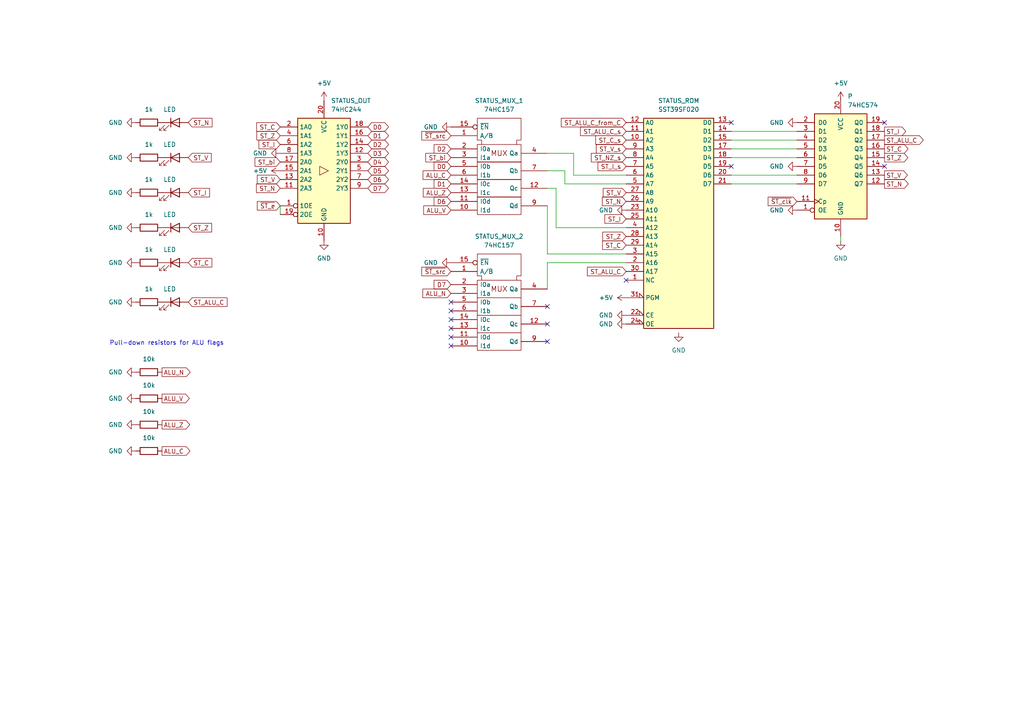
<source format=kicad_sch>
(kicad_sch (version 20211123) (generator eeschema)
  (paper "A4")
  (lib_symbols
    (symbol "74xx:74HC244"
      (property "Reference" "U" (at -7.62 16.51 0))
      (property "Value" "74HC244" (at -7.62 -16.51 0))
      (symbol "74HC244_1_0"
        (polyline (pts (xy 1.27 0) (xy -1.27 1.27) (xy -1.27 -1.27) (xy 1.27 0)) (stroke (width 0.1524)))
        (pin input inverted (at -12.7 -10.16 0) (length 5.08) (name "1OE") (number "1"))
        (pin power_in line (at 0 -20.32 90) (length 5.08) (name "GND") (number "10"))
        (pin input line (at -12.7 -5.08 0) (length 5.08) (name "2A3") (number "11"))
        (pin tri_state line (at 12.7 5.08 180) (length 5.08) (name "1Y3") (number "12"))
        (pin input line (at -12.7 -2.54 0) (length 5.08) (name "2A2") (number "13"))
        (pin tri_state line (at 12.7 7.62 180) (length 5.08) (name "1Y2") (number "14"))
        (pin input line (at -12.7 0 0) (length 5.08) (name "2A1") (number "15"))
        (pin tri_state line (at 12.7 10.16 180) (length 5.08) (name "1Y1") (number "16"))
        (pin input line (at -12.7 2.54 0) (length 5.08) (name "2A0") (number "17"))
        (pin tri_state line (at 12.7 12.7 180) (length 5.08) (name "1Y0") (number "18"))
        (pin input inverted (at -12.7 -12.7 0) (length 5.08) (name "2OE") (number "19"))
        (pin input line (at -12.7 12.7 0) (length 5.08) (name "1A0") (number "2"))
        (pin power_in line (at 0 20.32 270) (length 5.08) (name "VCC") (number "20"))
        (pin tri_state line (at 12.7 2.54 180) (length 5.08) (name "2Y0") (number "3"))
        (pin input line (at -12.7 10.16 0) (length 5.08) (name "1A1") (number "4"))
        (pin tri_state line (at 12.7 0 180) (length 5.08) (name "2Y1") (number "5"))
        (pin input line (at -12.7 7.62 0) (length 5.08) (name "1A2") (number "6"))
        (pin tri_state line (at 12.7 -2.54 180) (length 5.08) (name "2Y2") (number "7"))
        (pin input line (at -12.7 5.08 0) (length 5.08) (name "1A3") (number "8"))
        (pin tri_state line (at 12.7 -5.08 180) (length 5.08) (name "2Y3") (number "9"))
      )
      (symbol "74HC244_1_1"
        (rectangle (start -7.62 15.24) (end 7.62 -15.24) (stroke (width 0.254)) (fill (type background)))
      )
    )
    (symbol "74xx:74HCT574" (pin_names (offset 1.016))
      (property "Reference" "U" (at -7.62 16.51 0))
      (property "Value" "74HCT574" (at -7.62 -16.51 0))
      (symbol "74HCT574_1_0"
        (pin input inverted (at -12.7 -12.7 0) (length 5.08) (name "OE") (number "1"))
        (pin power_in line (at 0 -20.32 90) (length 5.08) (name "GND") (number "10"))
        (pin input clock (at -12.7 -10.16 0) (length 5.08) (name "Cp") (number "11"))
        (pin tri_state line (at 12.7 -5.08 180) (length 5.08) (name "Q7") (number "12"))
        (pin tri_state line (at 12.7 -2.54 180) (length 5.08) (name "Q6") (number "13"))
        (pin tri_state line (at 12.7 0 180) (length 5.08) (name "Q5") (number "14"))
        (pin tri_state line (at 12.7 2.54 180) (length 5.08) (name "Q4") (number "15"))
        (pin tri_state line (at 12.7 5.08 180) (length 5.08) (name "Q3") (number "16"))
        (pin tri_state line (at 12.7 7.62 180) (length 5.08) (name "Q2") (number "17"))
        (pin tri_state line (at 12.7 10.16 180) (length 5.08) (name "Q1") (number "18"))
        (pin tri_state line (at 12.7 12.7 180) (length 5.08) (name "Q0") (number "19"))
        (pin input line (at -12.7 12.7 0) (length 5.08) (name "D0") (number "2"))
        (pin power_in line (at 0 20.32 270) (length 5.08) (name "VCC") (number "20"))
        (pin input line (at -12.7 10.16 0) (length 5.08) (name "D1") (number "3"))
        (pin input line (at -12.7 7.62 0) (length 5.08) (name "D2") (number "4"))
        (pin input line (at -12.7 5.08 0) (length 5.08) (name "D3") (number "5"))
        (pin input line (at -12.7 2.54 0) (length 5.08) (name "D4") (number "6"))
        (pin input line (at -12.7 0 0) (length 5.08) (name "D5") (number "7"))
        (pin input line (at -12.7 -2.54 0) (length 5.08) (name "D6") (number "8"))
        (pin input line (at -12.7 -5.08 0) (length 5.08) (name "D7") (number "9"))
      )
      (symbol "74HCT574_1_1"
        (rectangle (start -7.62 15.24) (end 7.62 -15.24) (stroke (width 0.254)) (fill (type background)))
      )
    )
    (symbol "74xx_IEEE:74157" (pin_names (offset 0.762))
      (property "Reference" "U" (at 7.62 10.16 0))
      (property "Value" "74157" (at 6.35 -16.51 0))
      (symbol "74157_0_0"
        (rectangle (start -6.35 -10.16) (end 6.35 -15.24))
        (rectangle (start -6.35 -5.08) (end 6.35 -10.16))
        (rectangle (start -6.35 0) (end 6.35 -5.08))
        (rectangle (start -6.35 5.08) (end 6.35 0))
        (polyline (pts (xy -5.08 5.08) (xy -5.08 6.35) (xy -6.35 6.35) (xy -6.35 12.7) (xy 6.35 12.7) (xy 6.35 6.35) (xy 5.08 6.35) (xy 5.08 5.08) (xy 5.08 5.08)))
        (text "MUX" (at 0 2.54 0) (effects (font (size 1.524 1.524))))
        (pin power_in line (at 3.81 12.7 270) (length 0) hide (name "VCC") (number "16"))
        (pin power_in line (at 0 12.7 270) (length 0) hide (name "GND") (number "8"))
      )
      (symbol "74157_1_1"
        (pin input line (at -13.97 7.62 0) (length 7.62) (name "A/B") (number "1"))
        (pin input line (at -13.97 -13.97 0) (length 7.62) (name "I1d") (number "10"))
        (pin input line (at -13.97 -11.43 0) (length 7.62) (name "I0d") (number "11"))
        (pin output line (at 13.97 -7.62 180) (length 7.62) (name "Qc") (number "12"))
        (pin input line (at -13.97 -8.89 0) (length 7.62) (name "I1c") (number "13"))
        (pin input line (at -13.97 -6.35 0) (length 7.62) (name "I0c") (number "14"))
        (pin input inverted (at -13.97 10.16 0) (length 7.62) (name "~{EN}") (number "15"))
        (pin input line (at -13.97 3.81 0) (length 7.62) (name "I0a") (number "2"))
        (pin input line (at -13.97 1.27 0) (length 7.62) (name "I1a") (number "3"))
        (pin output line (at 13.97 2.54 180) (length 7.62) (name "Qa") (number "4"))
        (pin input line (at -13.97 -1.27 0) (length 7.62) (name "I0b") (number "5"))
        (pin input line (at -13.97 -3.81 0) (length 7.62) (name "I1b") (number "6"))
        (pin output line (at 13.97 -2.54 180) (length 7.62) (name "Qb") (number "7"))
        (pin output line (at 13.97 -12.7 180) (length 7.62) (name "Qd") (number "9"))
      )
    )
    (symbol "Device:LED" (pin_numbers hide) (pin_names (offset 1.016) hide)
      (property "Reference" "D" (at 0 2.54 0))
      (property "Value" "LED" (at 0 -2.54 0))
      (symbol "LED_0_1"
        (polyline (pts (xy -1.27 -1.27) (xy -1.27 1.27)) (stroke (width 0.254)))
        (polyline (pts (xy -1.27 0) (xy 1.27 0)))
        (polyline (pts (xy 1.27 -1.27) (xy 1.27 1.27) (xy -1.27 0) (xy 1.27 -1.27)) (stroke (width 0.254)))
        (polyline (pts (xy -3.048 -0.762) (xy -4.572 -2.286) (xy -3.81 -2.286) (xy -4.572 -2.286) (xy -4.572 -1.524)))
        (polyline (pts (xy -1.778 -0.762) (xy -3.302 -2.286) (xy -2.54 -2.286) (xy -3.302 -2.286) (xy -3.302 -1.524)))
      )
      (symbol "LED_1_1"
        (pin passive line (at -3.81 0 0) (length 2.54) (name "K") (number "1"))
        (pin passive line (at 3.81 0 180) (length 2.54) (name "A") (number "2"))
      )
    )
    (symbol "Device:R" (pin_numbers hide) (pin_names (offset 0))
      (property "Reference" "R" (at 2.032 0 90))
      (property "Value" "R" (at 0 0 90))
      (symbol "R_0_1"
        (rectangle (start -1.016 -2.54) (end 1.016 2.54) (stroke (width 0.254)))
      )
      (symbol "R_1_1"
        (pin passive line (at 0 3.81 270) (length 1.27) (name "~") (number "1"))
        (pin passive line (at 0 -3.81 90) (length 1.27) (name "~") (number "2"))
      )
    )
    (symbol "Memory_Flash:SST39SF020"
      (property "Reference" "U" (at 2.54 33.02 0))
      (property "Value" "SST39SF020" (at 0 -30.48 0))
      (symbol "SST39SF020_0_0"
        (pin power_in line (at 0 -30.48 90) (length 1.27) hide (name "GND") (number "16"))
        (pin power_in line (at 0 33.02 270) (length 1.27) hide (name "VCC") (number "32"))
      )
      (symbol "SST39SF020_0_1"
        (rectangle (start -10.16 31.75) (end 10.16 -29.21) (stroke (width 0.254)) (fill (type background)))
      )
      (symbol "SST39SF020_1_1"
        (pin input line (at -15.24 -15.24 0) (length 5.08) (name "NC") (number "1"))
        (pin input line (at -15.24 25.4 0) (length 5.08) (name "A2") (number "10"))
        (pin input line (at -15.24 27.94 0) (length 5.08) (name "A1") (number "11"))
        (pin input line (at -15.24 30.48 0) (length 5.08) (name "A0") (number "12"))
        (pin tri_state line (at 15.24 30.48 180) (length 5.08) (name "D0") (number "13"))
        (pin tri_state line (at 15.24 27.94 180) (length 5.08) (name "D1") (number "14"))
        (pin tri_state line (at 15.24 25.4 180) (length 5.08) (name "D2") (number "15"))
        (pin tri_state line (at 15.24 22.86 180) (length 5.08) (name "D3") (number "17"))
        (pin tri_state line (at 15.24 20.32 180) (length 5.08) (name "D4") (number "18"))
        (pin tri_state line (at 15.24 17.78 180) (length 5.08) (name "D5") (number "19"))
        (pin input line (at -15.24 -10.16 0) (length 5.08) (name "A16") (number "2"))
        (pin tri_state line (at 15.24 15.24 180) (length 5.08) (name "D6") (number "20"))
        (pin tri_state line (at 15.24 12.7 180) (length 5.08) (name "D7") (number "21"))
        (pin input input_low (at -15.24 -25.4 0) (length 5.08) (name "CE") (number "22"))
        (pin input line (at -15.24 5.08 0) (length 5.08) (name "A10") (number "23"))
        (pin input input_low (at -15.24 -27.94 0) (length 5.08) (name "OE") (number "24"))
        (pin input line (at -15.24 2.54 0) (length 5.08) (name "A11") (number "25"))
        (pin input line (at -15.24 7.62 0) (length 5.08) (name "A9") (number "26"))
        (pin input line (at -15.24 10.16 0) (length 5.08) (name "A8") (number "27"))
        (pin input line (at -15.24 -2.54 0) (length 5.08) (name "A13") (number "28"))
        (pin input line (at -15.24 -5.08 0) (length 5.08) (name "A14") (number "29"))
        (pin input line (at -15.24 -7.62 0) (length 5.08) (name "A15") (number "3"))
        (pin input line (at -15.24 -12.7 0) (length 5.08) (name "A17") (number "30"))
        (pin input input_low (at -15.24 -20.32 0) (length 5.08) (name "PGM") (number "31"))
        (pin input line (at -15.24 0 0) (length 5.08) (name "A12") (number "4"))
        (pin input line (at -15.24 12.7 0) (length 5.08) (name "A7") (number "5"))
        (pin input line (at -15.24 15.24 0) (length 5.08) (name "A6") (number "6"))
        (pin input line (at -15.24 17.78 0) (length 5.08) (name "A5") (number "7"))
        (pin input line (at -15.24 20.32 0) (length 5.08) (name "A4") (number "8"))
        (pin input line (at -15.24 22.86 0) (length 5.08) (name "A3") (number "9"))
      )
    )
    (symbol "power:+5V" (power) (pin_names (offset 0))
      (property "Value" "+5V" (at 0 3.556 0))
      (symbol "+5V_0_1"
        (polyline (pts (xy -0.762 1.27) (xy 0 2.54)))
        (polyline (pts (xy 0 0) (xy 0 2.54)))
        (polyline (pts (xy 0 2.54) (xy 0.762 1.27)))
      )
      (symbol "+5V_1_1"
        (pin power_in line (at 0 0 90) (length 0) hide (name "+5V") (number "1"))
      )
    )
    (symbol "power:GND" (power) (pin_names (offset 0))
      (property "Value" "GND" (at 0 -3.81 0))
      (symbol "GND_0_1"
        (polyline (pts (xy 0 0) (xy 0 -1.27) (xy 1.27 -1.27) (xy 0 -2.54) (xy -1.27 -1.27) (xy 0 -1.27)))
      )
      (symbol "GND_1_1"
        (pin power_in line (at 0 0 270) (length 0) hide (name "GND") (number "1"))
      )
    )
  )
  (no_connect (at 158.75 88.9))
  (no_connect (at 212.09 35.56))
  (no_connect (at 212.09 48.26))
  (no_connect (at 130.81 100.33))
  (no_connect (at 256.54 35.56))
  (no_connect (at 158.75 99.06))
  (no_connect (at 130.81 87.63))
  (no_connect (at 130.81 92.71))
  (no_connect (at 130.81 97.79))
  (no_connect (at 130.81 95.25))
  (no_connect (at 158.75 93.98))
  (no_connect (at 181.61 81.28))
  (no_connect (at 256.54 48.26))
  (no_connect (at 130.81 90.17))
  (wire (pts (xy 158.75 49.53) (xy 163.83 49.53)))
  (wire (pts (xy 212.09 53.34) (xy 231.14 53.34)))
  (wire (pts (xy 161.29 66.04) (xy 181.61 66.04)))
  (wire (pts (xy 243.84 27.94) (xy 243.84 29.21)))
  (wire (pts (xy 81.28 59.69) (xy 81.28 62.23)))
  (wire (pts (xy 212.09 38.1) (xy 231.14 38.1)))
  (wire (pts (xy 158.75 73.66) (xy 181.61 73.66)))
  (wire (pts (xy 243.84 68.58) (xy 243.84 69.85)))
  (wire (pts (xy 212.09 40.64) (xy 231.14 40.64)))
  (wire (pts (xy 163.83 49.53) (xy 163.83 53.34)))
  (wire (pts (xy 212.09 50.8) (xy 231.14 50.8)))
  (wire (pts (xy 166.37 50.8) (xy 181.61 50.8)))
  (wire (pts (xy 212.09 43.18) (xy 231.14 43.18)))
  (wire (pts (xy 163.83 53.34) (xy 181.61 53.34)))
  (wire (pts (xy 158.75 83.82) (xy 158.75 76.2)))
  (wire (pts (xy 212.09 45.72) (xy 231.14 45.72)))
  (wire (pts (xy 161.29 54.61) (xy 161.29 66.04)))
  (wire (pts (xy 158.75 59.69) (xy 158.75 73.66)))
  (wire (pts (xy 158.75 76.2) (xy 181.61 76.2)))
  (wire (pts (xy 158.75 44.45) (xy 166.37 44.45)))
  (wire (pts (xy 166.37 44.45) (xy 166.37 50.8)))
  (wire (pts (xy 158.75 54.61) (xy 161.29 54.61)))
  (text "Pull-down resistors for ALU flags" (at 31.75 100.33 0) (effects (font (size 1.27 1.27)) (justify left bottom)))
  (global_label "ST_N" (shape input) (at 81.28 54.61 180) (property "Intersheet References" "${INTERSHEET_REFS}" (effects hide)))
  (global_label "~{ST_e}" (shape input) (at 81.28 59.69 180) (property "Intersheet References" "${INTERSHEET_REFS}" (effects hide)))
  (global_label "D3" (shape tri_state) (at 106.68 44.45 0) (property "Intersheet References" "${INTERSHEET_REFS}" (effects hide)))
  (global_label "ST_C" (shape output) (at 256.54 43.18 0) (property "Intersheet References" "${INTERSHEET_REFS}" (effects hide)))
  (global_label "ST_NZ_s" (shape input) (at 181.61 45.72 180) (property "Intersheet References" "${INTERSHEET_REFS}" (effects hide)))
  (global_label "D7" (shape input) (at 130.81 82.55 180) (property "Intersheet References" "${INTERSHEET_REFS}" (effects hide)))
  (global_label "D1" (shape tri_state) (at 106.68 39.37 0) (property "Intersheet References" "${INTERSHEET_REFS}" (effects hide)))
  (global_label "~{ST_src}" (shape input) (at 130.81 78.74 180) (property "Intersheet References" "${INTERSHEET_REFS}" (effects hide)))
  (global_label "D6" (shape tri_state) (at 106.68 52.07 0) (property "Intersheet References" "${INTERSHEET_REFS}" (effects hide)))
  (global_label "D6" (shape input) (at 130.81 58.42 180) (property "Intersheet References" "${INTERSHEET_REFS}" (effects hide)))
  (global_label "ST_C" (shape input) (at 181.61 71.12 180) (property "Intersheet References" "${INTERSHEET_REFS}" (effects hide)))
  (global_label "ALU_N" (shape output) (at 46.99 107.95 0) (property "Intersheet References" "${INTERSHEET_REFS}" (effects hide)))
  (global_label "ST_N" (shape input) (at 181.61 58.42 180) (property "Intersheet References" "${INTERSHEET_REFS}" (effects hide)))
  (global_label "ST_I" (shape input) (at 54.61 55.88 0) (property "Intersheet References" "${INTERSHEET_REFS}" (effects hide)))
  (global_label "ST_C" (shape input) (at 81.28 36.83 180) (property "Intersheet References" "${INTERSHEET_REFS}" (effects hide)))
  (global_label "ST_V_s" (shape input) (at 181.61 43.18 180) (property "Intersheet References" "${INTERSHEET_REFS}" (effects hide)))
  (global_label "ST_V" (shape input) (at 54.61 45.72 0) (property "Intersheet References" "${INTERSHEET_REFS}" (effects hide)))
  (global_label "ST_V" (shape input) (at 181.61 55.88 180) (property "Intersheet References" "${INTERSHEET_REFS}" (effects hide)))
  (global_label "ST_Z" (shape input) (at 54.61 66.04 0) (property "Intersheet References" "${INTERSHEET_REFS}" (effects hide)))
  (global_label "D0" (shape tri_state) (at 106.68 36.83 0) (property "Intersheet References" "${INTERSHEET_REFS}" (effects hide)))
  (global_label "D1" (shape input) (at 130.81 53.34 180) (property "Intersheet References" "${INTERSHEET_REFS}" (effects hide)))
  (global_label "ALU_C" (shape output) (at 46.99 130.81 0) (property "Intersheet References" "${INTERSHEET_REFS}" (effects hide)))
  (global_label "D5" (shape tri_state) (at 106.68 49.53 0) (property "Intersheet References" "${INTERSHEET_REFS}" (effects hide)))
  (global_label "ST_bi" (shape input) (at 130.81 45.72 180) (property "Intersheet References" "${INTERSHEET_REFS}" (effects hide)))
  (global_label "ST_ALU_C_from_C" (shape input) (at 181.61 35.56 180) (property "Intersheet References" "${INTERSHEET_REFS}" (effects hide)))
  (global_label "ST_ALU_C_s" (shape input) (at 181.61 38.1 180) (property "Intersheet References" "${INTERSHEET_REFS}" (effects hide)))
  (global_label "ST_Z" (shape output) (at 256.54 45.72 0) (property "Intersheet References" "${INTERSHEET_REFS}" (effects hide)))
  (global_label "ST_I" (shape input) (at 81.28 41.91 180) (property "Intersheet References" "${INTERSHEET_REFS}" (effects hide)))
  (global_label "ST_C_s" (shape input) (at 181.61 40.64 180) (property "Intersheet References" "${INTERSHEET_REFS}" (effects hide)))
  (global_label "D4" (shape tri_state) (at 106.68 46.99 0) (property "Intersheet References" "${INTERSHEET_REFS}" (effects hide)))
  (global_label "D2" (shape tri_state) (at 106.68 41.91 0) (property "Intersheet References" "${INTERSHEET_REFS}" (effects hide)))
  (global_label "~{ST_src}" (shape input) (at 130.81 39.37 180) (property "Intersheet References" "${INTERSHEET_REFS}" (effects hide)))
  (global_label "ST_V" (shape output) (at 256.54 50.8 0) (property "Intersheet References" "${INTERSHEET_REFS}" (effects hide)))
  (global_label "ST_Z" (shape input) (at 81.28 39.37 180) (property "Intersheet References" "${INTERSHEET_REFS}" (effects hide)))
  (global_label "ALU_V" (shape input) (at 130.81 60.96 180) (property "Intersheet References" "${INTERSHEET_REFS}" (effects hide)))
  (global_label "ST_ALU_C" (shape output) (at 256.54 40.64 0) (property "Intersheet References" "${INTERSHEET_REFS}" (effects hide)))
  (global_label "~{ST_clk}" (shape input) (at 231.14 58.42 180) (property "Intersheet References" "${INTERSHEET_REFS}" (effects hide)))
  (global_label "ST_C" (shape input) (at 54.61 76.2 0) (property "Intersheet References" "${INTERSHEET_REFS}" (effects hide)))
  (global_label "D0" (shape input) (at 130.81 48.26 180) (property "Intersheet References" "${INTERSHEET_REFS}" (effects hide)))
  (global_label "D7" (shape tri_state) (at 106.68 54.61 0) (property "Intersheet References" "${INTERSHEET_REFS}" (effects hide)))
  (global_label "ALU_N" (shape input) (at 130.81 85.09 180) (property "Intersheet References" "${INTERSHEET_REFS}" (effects hide)))
  (global_label "ST_I" (shape output) (at 256.54 38.1 0) (property "Intersheet References" "${INTERSHEET_REFS}" (effects hide)))
  (global_label "ST_Z" (shape input) (at 181.61 68.58 180) (property "Intersheet References" "${INTERSHEET_REFS}" (effects hide)))
  (global_label "ALU_V" (shape output) (at 46.99 115.57 0) (property "Intersheet References" "${INTERSHEET_REFS}" (effects hide)))
  (global_label "ALU_C" (shape input) (at 130.81 50.8 180) (property "Intersheet References" "${INTERSHEET_REFS}" (effects hide)))
  (global_label "ST_ALU_C" (shape input) (at 181.61 78.74 180) (property "Intersheet References" "${INTERSHEET_REFS}" (effects hide)))
  (global_label "ST_I" (shape input) (at 181.61 63.5 180) (property "Intersheet References" "${INTERSHEET_REFS}" (effects hide)))
  (global_label "ST_ALU_C" (shape input) (at 54.61 87.63 0) (property "Intersheet References" "${INTERSHEET_REFS}" (effects hide)))
  (global_label "ALU_Z" (shape input) (at 130.81 55.88 180) (property "Intersheet References" "${INTERSHEET_REFS}" (effects hide)))
  (global_label "ST_N" (shape output) (at 256.54 53.34 0) (property "Intersheet References" "${INTERSHEET_REFS}" (effects hide)))
  (global_label "ST_bi" (shape input) (at 81.28 46.99 180) (property "Intersheet References" "${INTERSHEET_REFS}" (effects hide)))
  (global_label "ST_N" (shape input) (at 54.61 35.56 0) (property "Intersheet References" "${INTERSHEET_REFS}" (effects hide)))
  (global_label "ALU_Z" (shape output) (at 46.99 123.19 0) (property "Intersheet References" "${INTERSHEET_REFS}" (effects hide)))
  (global_label "ST_V" (shape input) (at 81.28 52.07 180) (property "Intersheet References" "${INTERSHEET_REFS}" (effects hide)))
  (global_label "ST_I_s" (shape input) (at 181.61 48.26 180) (property "Intersheet References" "${INTERSHEET_REFS}" (effects hide)))
  (global_label "D2" (shape input) (at 130.81 43.18 180) (property "Intersheet References" "${INTERSHEET_REFS}" (effects hide)))
  (symbol (lib_id "power:GND") (at 243.84 69.85 0) (unit 1)
    (property "Reference" "#PWR0141" (effects hide))
    (property "Value" "GND" (at 243.84 74.93 0))
  )
  (symbol (lib_id "power:GND") (at 130.81 36.83 270) (unit 1)
    (property "Reference" "#PWR0132" (effects hide))
    (property "Value" "GND" (at 127 36.8299 90) (effects (justify right)))
  )
  (symbol (lib_id "power:+5V") (at 81.28 49.53 90) (unit 1)
    (property "Reference" "#PWR0148" (effects hide))
    (property "Value" "+5V" (at 77.47 49.5299 90) (effects (justify left)))
  )
  (symbol (lib_id "Device:R") (at 43.18 123.19 270) (unit 1)
    (property "Reference" "RALUZ" (effects hide))
    (property "Value" "10k" (at 43.18 119.38 90))
  )
  (symbol (lib_id "Device:R") (at 43.18 45.72 270) (unit 1)
    (property "Reference" "RV" (effects hide))
    (property "Value" "1k" (at 43.18 41.91 90))
  )
  (symbol (lib_id "power:+5V") (at 243.84 29.21 0) (unit 1)
    (property "Reference" "#PWR0138" (effects hide))
    (property "Value" "+5V" (at 243.84 24.13 0))
  )
  (symbol (lib_id "power:GND") (at 231.14 35.56 270) (unit 1)
    (property "Reference" "#PWR0137" (effects hide))
    (property "Value" "GND" (at 227.33 35.5599 90) (effects (justify right)))
  )
  (symbol (lib_id "Device:R") (at 43.18 76.2 270) (unit 1)
    (property "Reference" "RC" (effects hide))
    (property "Value" "1k" (at 43.18 72.39 90))
  )
  (symbol (lib_id "power:GND") (at 39.37 66.04 270) (unit 1)
    (property "Reference" "#PWR0216" (effects hide))
    (property "Value" "GND" (at 35.56 66.0399 90) (effects (justify right)))
  )
  (symbol (lib_id "Device:R") (at 43.18 66.04 270) (unit 1)
    (property "Reference" "RZ" (effects hide))
    (property "Value" "1k" (at 43.18 62.23 90))
  )
  (symbol (lib_id "power:GND") (at 196.85 96.52 0) (unit 1)
    (property "Reference" "#PWR0144" (effects hide))
    (property "Value" "GND" (at 196.85 101.6 0))
  )
  (symbol (lib_id "Device:LED") (at 50.8 35.56 0) (unit 1)
    (property "Reference" "LEDN" (effects hide))
    (property "Value" "LED" (at 49.2125 31.75 0))
  )
  (symbol (lib_id "74xx_IEEE:74157") (at 144.78 86.36 0) (unit 1)
    (property "Reference" "STATUS_MUX_2" (at 144.78 68.58 0))
    (property "Value" "74HC157" (at 144.78 71.12 0))
  )
  (symbol (lib_id "power:+5V") (at 93.98 29.21 0) (unit 1)
    (property "Reference" "#PWR0131" (effects hide))
    (property "Value" "+5V" (at 93.98 24.13 0))
  )
  (symbol (lib_id "Device:R") (at 43.18 107.95 270) (unit 1)
    (property "Reference" "RALUN" (effects hide))
    (property "Value" "10k" (at 43.18 104.14 90))
  )
  (symbol (lib_id "power:GND") (at 231.14 60.96 270) (unit 1)
    (property "Reference" "#PWR0139" (effects hide))
    (property "Value" "GND" (at 227.33 60.9599 90) (effects (justify right)))
  )
  (symbol (lib_id "Device:R") (at 43.18 130.81 270) (unit 1)
    (property "Reference" "RALUC" (effects hide))
    (property "Value" "10k" (at 43.18 127 90))
  )
  (symbol (lib_id "Device:LED") (at 50.8 55.88 0) (unit 1)
    (property "Reference" "LEDI" (effects hide))
    (property "Value" "LED" (at 49.2125 52.07 0))
  )
  (symbol (lib_id "Device:R") (at 43.18 35.56 270) (unit 1)
    (property "Reference" "RN" (effects hide))
    (property "Value" "1k" (at 43.18 31.75 90))
  )
  (symbol (lib_id "power:GND") (at 93.98 69.85 0) (unit 1)
    (property "Reference" "#PWR0130" (effects hide))
    (property "Value" "GND" (at 93.98 74.93 0))
  )
  (symbol (lib_id "Device:LED") (at 50.8 76.2 0) (unit 1)
    (property "Reference" "LEDC" (effects hide))
    (property "Value" "LED" (at 49.2125 72.39 0))
  )
  (symbol (lib_id "power:GND") (at 39.37 107.95 270) (unit 1)
    (property "Reference" "#PWR0222" (effects hide))
    (property "Value" "GND" (at 35.56 107.9499 90) (effects (justify right)))
  )
  (symbol (lib_id "power:GND") (at 39.37 45.72 270) (unit 1)
    (property "Reference" "#PWR0215" (effects hide))
    (property "Value" "GND" (at 35.56 45.7199 90) (effects (justify right)))
  )
  (symbol (lib_id "74xx:74HC244") (at 93.98 49.53 0) (unit 1)
    (property "Reference" "STATUS_OUT" (at 95.9994 29.21 0) (effects (justify left)))
    (property "Value" "74HC244" (at 95.9994 31.75 0) (effects (justify left)))
    (property "Datasheet" "https://assets.nexperia.com/documents/data-sheet/74HC_HCT244.pdf" (effects hide))
  )
  (symbol (lib_id "power:GND") (at 39.37 55.88 270) (unit 1)
    (property "Reference" "#PWR0218" (effects hide))
    (property "Value" "GND" (at 35.56 55.8799 90) (effects (justify right)))
  )
  (symbol (lib_id "power:GND") (at 181.61 91.44 270) (unit 1)
    (property "Reference" "#PWR0145" (effects hide))
    (property "Value" "GND" (at 177.8 91.4399 90) (effects (justify right)))
  )
  (symbol (lib_id "Device:LED") (at 50.8 66.04 0) (unit 1)
    (property "Reference" "LEDZ" (effects hide))
    (property "Value" "LED" (at 49.2125 62.23 0))
  )
  (symbol (lib_id "Device:LED") (at 50.8 87.63 0) (unit 1)
    (property "Reference" "LEDALUC" (effects hide))
    (property "Value" "LED" (at 49.2125 83.82 0))
  )
  (symbol (lib_id "power:+5V") (at 181.61 86.36 90) (unit 1)
    (property "Reference" "#PWR0118" (effects hide))
    (property "Value" "+5V" (at 177.8 86.3599 90) (effects (justify left)))
  )
  (symbol (lib_id "Device:R") (at 43.18 87.63 270) (unit 1)
    (property "Reference" "RSTALUC" (effects hide))
    (property "Value" "1k" (at 43.18 83.82 90))
  )
  (symbol (lib_id "Device:R") (at 43.18 55.88 270) (unit 1)
    (property "Reference" "RI" (effects hide))
    (property "Value" "1k" (at 43.18 52.07 90))
  )
  (symbol (lib_id "power:GND") (at 130.81 76.2 270) (unit 1)
    (property "Reference" "#PWR0112" (effects hide))
    (property "Value" "GND" (at 127 76.1999 90) (effects (justify right)))
  )
  (symbol (lib_id "power:GND") (at 39.37 35.56 270) (unit 1)
    (property "Reference" "#PWR0214" (effects hide))
    (property "Value" "GND" (at 35.56 35.5599 90) (effects (justify right)))
  )
  (symbol (lib_id "power:GND") (at 81.28 44.45 270) (unit 1)
    (property "Reference" "#PWR0149" (effects hide))
    (property "Value" "GND" (at 77.47 44.4499 90) (effects (justify right)))
  )
  (symbol (lib_id "power:GND") (at 39.37 123.19 270) (unit 1)
    (property "Reference" "#PWR0220" (effects hide))
    (property "Value" "GND" (at 35.56 123.1899 90) (effects (justify right)))
  )
  (symbol (lib_id "Device:LED") (at 50.8 45.72 0) (unit 1)
    (property "Reference" "LEDV" (effects hide))
    (property "Value" "LED" (at 49.2125 41.91 0))
  )
  (symbol (lib_id "74xx_IEEE:74157") (at 144.78 46.99 0) (unit 1)
    (property "Reference" "STATUS_MUX_1" (at 144.78 29.21 0))
    (property "Value" "74HC157" (at 144.78 31.75 0))
  )
  (symbol (lib_id "power:GND") (at 39.37 76.2 270) (unit 1)
    (property "Reference" "#PWR0217" (effects hide))
    (property "Value" "GND" (at 35.56 76.1999 90) (effects (justify right)))
  )
  (symbol (lib_id "power:GND") (at 39.37 130.81 270) (unit 1)
    (property "Reference" "#PWR0223" (effects hide))
    (property "Value" "GND" (at 35.56 130.8099 90) (effects (justify right)))
  )
  (symbol (lib_id "74xx:74HCT574") (at 243.84 48.26 0) (unit 1)
    (property "Reference" "P" (at 245.8594 27.94 0) (effects (justify left)))
    (property "Value" "74HC574" (at 245.8594 30.48 0) (effects (justify left)))
    (property "Datasheet" "http://www.ti.com/lit/gpn/sn74HCT574" (effects hide))
  )
  (symbol (lib_id "power:GND") (at 39.37 115.57 270) (unit 1)
    (property "Reference" "#PWR0221" (effects hide))
    (property "Value" "GND" (at 35.56 115.5699 90) (effects (justify right)))
  )
  (symbol (lib_id "Device:R") (at 43.18 115.57 270) (unit 1)
    (property "Reference" "RALUV" (effects hide))
    (property "Value" "10k" (at 43.18 111.76 90))
  )
  (symbol (lib_id "power:GND") (at 181.61 93.98 270) (unit 1)
    (property "Reference" "#PWR0146" (effects hide))
    (property "Value" "GND" (at 177.8 93.9799 90) (effects (justify right)))
  )
  (symbol (lib_id "Memory_Flash:SST39SF020") (at 196.85 66.04 0) (unit 1)
    (property "Reference" "STATUS_ROM" (at 196.85 29.21 0))
    (property "Value" "SST39SF020" (at 196.85 31.75 0))
    (property "Datasheet" "http://ww1.microchip.com/downloads/en/DeviceDoc/25022B.pdf" (effects hide))
  )
  (symbol (lib_id "power:GND") (at 39.37 87.63 270) (unit 1)
    (property "Reference" "#PWR0219" (effects hide))
    (property "Value" "GND" (at 35.56 87.6299 90) (effects (justify right)))
  )
  (symbol (lib_id "power:GND") (at 181.61 60.96 270) (unit 1)
    (property "Reference" "#PWR0147" (effects hide))
    (property "Value" "GND" (at 177.8 60.9599 90) (effects (justify right)))
  )
  (symbol (lib_id "power:GND") (at 231.14 48.26 270) (unit 1)
    (property "Reference" "#PWR0140" (effects hide))
    (property "Value" "GND" (at 227.33 48.2599 90) (effects (justify right)))
  )
)
</source>
